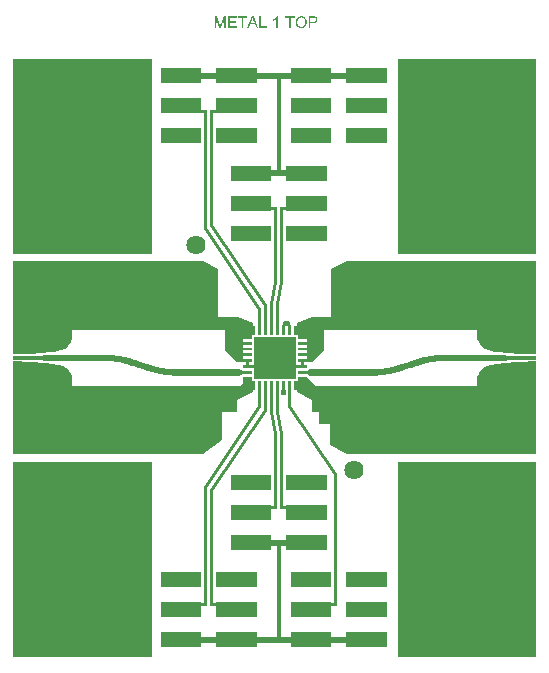
<source format=gbr>
G04 CAM350/DFMSTREAM V12.1 (Build 1022) Date:  Fri Nov 06 13:38:25 2015 *
G04 Database: C:\Projects\3894_EVB_TGP2105_MArnold_102015\Gerbers\110615\GBR_1138089-A.cam *
G04 Layer 2: METAL_1_TOP *
%FSLAX24Y24*%
%MOIN*%
%SFA1.000B1.000*%

%MIA0B0*%
%IPPOS*%
%ADD10C,0.07800*%
%ADD11C,0.08600*%
%ADD12C,0.10000*%
%ADD13C,0.12000*%
%ADD14C,0.06400*%
%ADD15C,0.03000*%
%ADD16C,0.02200*%
%ADD17C,0.00800*%
%ADD18C,0.01000*%
%LNMETAL_1_TOP*%
%LPD*%
G36*
X-43Y11244D02*
G01Y11289D01*
X-42*
X-41Y11290*
X-39Y11291*
X-36Y11292*
X-33Y11294*
X-29Y11296*
X-19Y11302*
X-8Y11308*
X3Y11316*
X15Y11325*
X26Y11334*
X27Y11335*
X29Y11337*
X31Y11339*
X36Y11344*
X43Y11351*
X50Y11359*
X57Y11367*
X63Y11376*
X68Y11386*
X99*
Y11000*
X52*
Y11300*
X51*
X49Y11297*
X45Y11294*
X40Y11290*
X34Y11285*
X26Y11280*
X17Y11274*
X7Y11268*
X6*
Y11267*
X2Y11265*
X-3Y11262*
X-10Y11259*
X-18Y11255*
X-26Y11251*
X-34Y11247*
X-43Y11244*
G37*
G36*
X214Y-1243D02*
G01Y-1063D01*
X246*
Y-768*
X344*
Y-1063*
X375*
Y-1243*
X214*
G37*
G36*
X-509Y11000D02*
G01Y11384D01*
X-458*
Y11046*
X-269*
Y11000*
X-509*
G37*
G36*
X-1550D02*
G01Y11384D01*
X-1272*
Y11339*
X-1499*
Y11221*
X-1287*
Y11176*
X-1499*
Y11046*
X-1264*
Y11000*
X-1550*
G37*
G36*
X1134D02*
G01Y11384D01*
X1292*
X1300*
X1309Y11383*
X1319Y11382*
X1329Y11381*
X1337Y11380*
X1338*
X1342Y11379*
X1347Y11378*
X1354Y11376*
X1361Y11374*
X1369Y11370*
X1377Y11366*
X1384Y11362*
X1385Y11361*
X1388Y11360*
X1391Y11356*
X1395Y11352*
X1400Y11347*
X1405Y11341*
X1411Y11334*
X1415Y11325*
X1416Y11324*
X1417Y11321*
X1419Y11316*
X1422Y11310*
X1423Y11302*
X1425Y11293*
X1427Y11283*
Y11273*
Y11272*
Y11270*
Y11268*
Y11264*
X1426Y11260*
X1425Y11255*
X1424Y11250*
X1423Y11244*
X1419Y11231*
X1417Y11224*
X1414Y11217*
X1410Y11210*
X1406Y11203*
X1401Y11196*
X1395Y11190*
Y11189*
X1394Y11188*
X1392Y11186*
X1389Y11185*
X1386Y11182*
X1382Y11179*
X1376Y11176*
X1370Y11173*
X1363Y11170*
X1354Y11166*
X1346Y11164*
X1335Y11162*
X1324Y11159*
X1312Y11158*
X1298Y11157*
X1283Y11156*
X1185*
Y11000*
X1134*
G37*
G36*
X360Y11339D02*
G01Y11384D01*
X664*
Y11339*
X537*
Y11000*
X486*
Y11339*
X360*
G37*
G36*
X-1222D02*
G01Y11384D01*
X-918*
Y11339*
X-1044*
Y11000*
X-1095*
Y11339*
X-1222*
G37*
G36*
X-907Y11000D02*
G01X-761Y11384D01*
X-705*
X-548Y11000*
X-606*
X-651Y11117*
X-812*
X-853Y11000*
X-907*
G37*
G36*
X246Y768D02*
G01Y1063D01*
X310Y1243*
X470*
X541Y1063*
Y768*
X442*
Y1063*
X344*
Y768*
X246*
G37*
G36*
X-2000Y11000D02*
G01Y11384D01*
X-1924*
X-1833Y11112*
Y11111*
X-1832Y11110*
Y11108*
X-1831Y11105*
X-1829Y11099*
X-1826Y11090*
X-1823Y11081*
X-1820Y11072*
X-1817Y11063*
X-1815Y11055*
X-1814Y11056*
Y11059*
X-1812Y11064*
X-1810Y11070*
X-1807Y11079*
X-1803Y11090*
X-1799Y11102*
X-1794Y11117*
X-1702Y11384*
X-1634*
Y11000*
X-1683*
Y11321*
X-1795Y11000*
X-1840*
X-1951Y11327*
Y11000*
X-2000*
G37*
G36*
X701Y11186D02*
G01Y11187D01*
Y11188*
Y11191*
X702Y11196*
Y11203*
X703Y11210*
X704Y11220*
X706Y11230*
X708Y11241*
X710Y11253*
X713Y11265*
X718Y11278*
X723Y11290*
X728Y11302*
X736Y11315*
X743Y11326*
X752Y11336*
X753Y11337*
X754Y11339*
X758Y11341*
X762Y11345*
X767Y11349*
X773Y11354*
X780Y11359*
X788Y11364*
X797Y11369*
X807Y11374*
X818Y11378*
X830Y11382*
X843Y11386*
X856Y11388*
X870Y11390*
X885Y11391*
X890*
X894Y11390*
X899*
X904*
X910Y11388*
X917Y11387*
X932Y11385*
X948Y11380*
X964Y11374*
X973Y11370*
X981Y11365*
X983Y11364*
X985Y11362*
X988Y11361*
X991Y11358*
X996Y11355*
X1005Y11347*
X1015Y11337*
X1026Y11325*
X1037Y11310*
X1046Y11294*
X1047Y11292*
X1048Y11290*
X1049Y11286*
X1051Y11282*
X1053Y11277*
X1055Y11271*
X1057Y11264*
X1059Y11257*
X1061Y11249*
X1064Y11240*
X1065Y11231*
X1067Y11212*
X1069Y11191*
Y11190*
Y11188*
Y11185*
X1068Y11181*
Y11176*
X1067Y11170*
X1066Y11163*
Y11156*
X1063Y11140*
X1059Y11122*
X1053Y11104*
X1049Y11095*
X1045Y11087*
Y11086*
X1044Y11084*
X1043Y11082*
X1040Y11079*
X1038Y11075*
X1035Y11071*
X1028Y11061*
X1018Y11049*
X1007Y11038*
X994Y11027*
X978Y11017*
X976Y11016*
X974Y11014*
X970Y11013*
X966Y11011*
X962Y11009*
X956Y11007*
X950Y11005*
X944Y11003*
X936Y11001*
X920Y10997*
X903Y10994*
X885Y10993*
X879*
X876Y10994*
X871*
X865Y10995*
X859Y10996*
X852Y10997*
X837Y11000*
X821Y11004*
X804Y11011*
X796Y11015*
X788Y11019*
X787Y11020*
X786Y11021*
X784Y11022*
X781Y11024*
X777Y11027*
X773Y11030*
X764Y11038*
X753Y11048*
X742Y11061*
X732Y11074*
X723Y11090*
Y11091*
X722Y11093*
X721Y11095*
X720Y11098*
X718Y11103*
X716Y11108*
X714Y11113*
X712Y11119*
X710Y11127*
X708Y11134*
X705Y11150*
X702Y11168*
X701Y11186*
G37*
G36*
X2387Y8150D02*
G01Y8650D01*
X3737*
Y8150*
X2387*
G37*
G36*
Y7150D02*
G01Y7650D01*
X3737*
Y7150*
X2387*
G37*
G36*
Y-7650D02*
G01Y-7150D01*
X3737*
Y-7650*
X2387*
G37*
G36*
Y-8650D02*
G01Y-8150D01*
X3737*
Y-8650*
X2387*
G37*
G36*
X537Y8150D02*
G01Y8650D01*
X1887*
Y8150*
X537*
G37*
G36*
Y7150D02*
G01Y7650D01*
X1887*
Y7150*
X537*
G37*
G36*
Y-7650D02*
G01Y-7150D01*
X1887*
Y-7650*
X537*
G37*
G36*
X383Y3909D02*
G01Y4409D01*
X1733*
Y3909*
X383*
G37*
G36*
Y-4409D02*
G01Y-3909D01*
X1733*
Y-4409*
X383*
G37*
G36*
X-1467Y3909D02*
G01Y4409D01*
X-117*
Y3909*
X-1467*
G37*
G36*
Y-4409D02*
G01Y-3909D01*
X-117*
Y-4409*
X-1467*
G37*
G36*
X-1954Y7150D02*
G01Y7650D01*
X-604*
Y7150*
X-1954*
G37*
G36*
Y-7650D02*
G01Y-7150D01*
X-604*
Y-7650*
X-1954*
G37*
G36*
X-3804Y7150D02*
G01Y7650D01*
X-2454*
Y7150*
X-3804*
G37*
G36*
Y-7650D02*
G01Y-7150D01*
X-2454*
Y-7650*
X-3804*
G37*
G36*
X768Y-541D02*
G01Y-443D01*
X1063*
X1183Y-387*
X3229*
X3272Y-386*
X3401Y-380*
X3499Y-373*
X3529Y-370*
X3572Y-365*
X3614Y-360*
X3657Y-353*
X3700Y-347*
X3742Y-339*
X3768Y-334*
X3826Y-323*
X3869Y-314*
X3911Y-305*
X3952Y-295*
X4005Y-282*
X4036Y-274*
X4118Y-250*
X4241Y-211*
X4282Y-197*
X4322Y-183*
X4404Y-155*
X4444Y-141*
X4485Y-126*
X4526Y-112*
X4566Y-98*
X4607Y-84*
X4648Y-71*
X4689Y-57*
X4730Y-44*
X4771Y-32*
X4812Y-19*
X4853Y-8*
X4884Y0*
X4936Y14*
X4978Y24*
X5062Y42*
X5120Y53*
X5147Y58*
X5189Y65*
X5232Y72*
X5274Y78*
X5317Y84*
X5360Y88*
X5390Y91*
X5445Y96*
X5488Y99*
X5574Y103*
X5660Y105*
X6732*
X8720Y71*
Y-70*
X6732Y-105*
X5660*
X5617Y-106*
X5575Y-107*
X5493Y-111*
X5453Y-114*
X5402Y-118*
X5375Y-120*
X5335Y-125*
X5296Y-130*
X5257Y-136*
X5217Y-142*
X5177Y-149*
X5152Y-154*
X5097Y-164*
X5058Y-172*
X5018Y-181*
X4979Y-190*
X4930Y-203*
X4902Y-210*
X4863Y-221*
X4746Y-257*
X4707Y-270*
X4667Y-283*
X4628Y-297*
X4548Y-325*
X4466Y-353*
X4425Y-368*
X4384Y-382*
X4258Y-424*
X4215Y-438*
X4172Y-451*
X4128Y-464*
X4051Y-485*
X3995Y-499*
X3950Y-510*
X3906Y-520*
X3861Y-529*
X3800Y-541*
X3772Y-546*
X3727Y-554*
X3682Y-561*
X3636Y-568*
X3590Y-574*
X3544Y-579*
X3510Y-582*
X3452Y-587*
X3406Y-590*
X3360Y-592*
X3272Y-596*
X3229Y-597*
X1183*
X1063Y-541*
X768*
G37*
G36*
X-8720Y-70D02*
G01Y71D01*
X-6733Y105*
X-5660*
X-5574Y103*
X-5488Y99*
X-5445Y96*
X-5390Y91*
X-5360Y88*
X-5317Y84*
X-5274Y78*
X-5232Y72*
X-5189Y65*
X-5147Y58*
X-5120Y53*
X-5062Y42*
X-4978Y24*
X-4936Y14*
X-4884Y0*
X-4853Y-8*
X-4812Y-19*
X-4771Y-32*
X-4730Y-44*
X-4689Y-57*
X-4648Y-71*
X-4607Y-84*
X-4566Y-98*
X-4526Y-112*
X-4485Y-126*
X-4444Y-141*
X-4404Y-155*
X-4322Y-183*
X-4282Y-197*
X-4241Y-211*
X-4118Y-250*
X-4036Y-274*
X-4005Y-282*
X-3952Y-295*
X-3911Y-305*
X-3869Y-314*
X-3826Y-323*
X-3768Y-334*
X-3742Y-339*
X-3700Y-347*
X-3657Y-353*
X-3614Y-360*
X-3572Y-365*
X-3529Y-370*
X-3499Y-373*
X-3401Y-380*
X-3272Y-386*
X-3229Y-387*
X-1183*
X-1063Y-443*
X-768*
Y-541*
X-1063*
X-1183Y-597*
X-3229*
X-3272Y-596*
X-3360Y-592*
X-3406Y-590*
X-3452Y-587*
X-3510Y-582*
X-3544Y-579*
X-3590Y-574*
X-3636Y-568*
X-3682Y-561*
X-3727Y-554*
X-3772Y-546*
X-3800Y-541*
X-3861Y-529*
X-3906Y-520*
X-3950Y-510*
X-3995Y-499*
X-4051Y-485*
X-4128Y-464*
X-4172Y-451*
X-4215Y-438*
X-4258Y-424*
X-4384Y-382*
X-4425Y-368*
X-4466Y-353*
X-4548Y-325*
X-4628Y-297*
X-4667Y-283*
X-4707Y-270*
X-4746Y-257*
X-4863Y-221*
X-4902Y-210*
X-4930Y-203*
X-4979Y-190*
X-5018Y-181*
X-5058Y-172*
X-5097Y-164*
X-5152Y-154*
X-5177Y-149*
X-5217Y-142*
X-5257Y-136*
X-5296Y-130*
X-5335Y-125*
X-5375Y-120*
X-5402Y-118*
X-5453Y-114*
X-5493Y-111*
X-5575Y-107*
X-5617Y-106*
X-5660Y-105*
X-6733*
X-8720Y-70*
G37*
G36*
X-1467Y4909D02*
G01Y5409D01*
X-117*
Y5037*
X74*
Y2524*
X-49Y1790*
Y768*
X-148*
Y1804*
X-26Y2532*
Y4937*
X-117*
Y4909*
X-1467*
G37*
G36*
Y-5409D02*
G01Y-4909D01*
X-117*
Y-4937*
X-26*
Y-2532*
X-148Y-1804*
Y-767*
X-49*
Y-1790*
X74Y-2524*
Y-5037*
X-117*
Y-5409*
X-1467*
G37*
G36*
X49Y768D02*
G01Y1804D01*
X190Y2531*
X192Y5037*
X383*
Y5409*
X1733*
Y4909*
X383*
Y4937*
X292*
X290Y2522*
X148Y1790*
Y768*
X49*
G37*
G36*
Y-1804D02*
G01Y-767D01*
X148*
Y-1790*
X290Y-2522*
X292Y-4937*
X383*
Y-4909*
X1733*
Y-5409*
X383*
Y-5037*
X192*
X190Y-2531*
X49Y-1804*
G37*
G36*
X443Y-1633D02*
G01Y-768D01*
X541*
Y-1600*
X2077Y-3885*
Y-8277*
X1887*
Y-8650*
X537*
Y-8150*
X1887*
Y-8177*
X1977*
Y-3915*
X443Y-1633*
G37*
G36*
X-2144Y4408D02*
G01Y8277D01*
X-1954*
Y8650*
X-604*
Y8150*
X-1954*
Y8177*
X-2044*
Y4438*
X-246Y1767*
Y768*
X-345*
Y1735*
X-2144Y4408*
G37*
G36*
Y-8277D02*
G01Y-4408D01*
X-345Y-1735*
Y-767*
X-246*
Y-1767*
X-2044Y-4438*
Y-8177*
X-1954*
Y-8150*
X-604*
Y-8650*
X-1954*
Y-8277*
X-2144*
G37*
G36*
X-8720Y-3217D02*
G01Y-112D01*
X-8650Y-114*
X-8200Y-132*
X-7950Y-147*
X-7800Y-159*
X-7550Y-184*
X-7500Y-190*
X-7350Y-211*
X-7250Y-229*
X-7150Y-251*
X-7100Y-266*
X-7050Y-284*
X-7000Y-309*
X-6950Y-342*
X-6900Y-386*
X-6850Y-445*
X-6800Y-523*
X-6750Y-616*
Y-923*
X-1172*
X-1063Y-822*
Y-640*
X-768*
Y-767*
X-640*
Y-1062*
X-738*
Y-1149*
X-1255Y-1398*
Y-1813*
X-1757*
Y-2726*
X-2399Y-3217*
X-8720*
G37*
G36*
X639Y-1063D02*
G01Y-768D01*
X768*
Y-640*
X1083*
X1359Y-923*
X6750*
Y-616*
X6800Y-523*
X6850Y-445*
X6900Y-386*
X6950Y-342*
X7000Y-309*
X7050Y-284*
X7100Y-266*
X7150Y-251*
X7250Y-229*
X7350Y-211*
X7500Y-190*
X7550Y-184*
X7800Y-159*
X7950Y-147*
X8200Y-132*
X8650Y-114*
X8720Y-112*
Y-3217*
X2399*
X1847Y-2920*
Y-2210*
X1485*
Y-1813*
X1255*
Y-1398*
X738Y-1149*
Y-1063*
X639*
G37*
G36*
X-3804Y8150D02*
G01Y8650D01*
X-2454*
Y8277*
X-2263*
Y4337*
X-443Y1633*
Y768*
X-541*
Y1600*
X-2363Y4306*
Y8177*
X-2454*
Y8150*
X-3804*
G37*
G36*
Y-8650D02*
G01Y-8150D01*
X-2454*
Y-8177*
X-2363*
Y-4306*
X-541Y-1600*
Y-767*
X-443*
Y-1633*
X-2263Y-4337*
Y-8277*
X-2454*
Y-8650*
X-3804*
G37*
G36*
Y9150D02*
G01Y9650D01*
X-2454*
Y9500*
X-1954*
Y9650*
X-604*
Y9500*
X537*
Y9650*
X1887*
Y9500*
X2387*
Y9650*
X3737*
Y9150*
X2387*
Y9300*
X1887*
Y9150*
X537*
Y9300*
X197*
Y6259*
X383*
Y6409*
X1733*
Y5909*
X383*
Y6059*
X-117*
Y5909*
X-1467*
Y6409*
X-117*
Y6259*
X69*
Y9300*
X-604*
Y9150*
X-1954*
Y9300*
X-2454*
Y9150*
X-3804*
G37*
G36*
Y-9650D02*
G01Y-9150D01*
X-2454*
Y-9300*
X-1954*
Y-9150*
X-604*
Y-9300*
X69*
Y-6259*
X-117*
Y-6409*
X-1467*
Y-5909*
X-117*
Y-6059*
X383*
Y-5909*
X1733*
Y-6409*
X383*
Y-6259*
X197*
Y-9300*
X537*
Y-9150*
X1887*
Y-9300*
X2387*
Y-9150*
X3737*
Y-9650*
X2387*
Y-9500*
X1887*
Y-9650*
X537*
Y-9500*
X-604*
Y-9650*
X-1954*
Y-9500*
X-2454*
Y-9650*
X-3804*
G37*
G36*
X4106Y3477D02*
G01Y9970D01*
X8720*
Y3477*
X4106*
G37*
G36*
Y-9970D02*
G01Y-3477D01*
X8720*
Y-9970*
X4106*
G37*
G36*
X-8720Y3477D02*
G01Y9970D01*
X-4106*
Y3477*
X-8720*
G37*
G36*
Y-9970D02*
G01Y-3477D01*
X-4106*
Y-9970*
X-8720*
G37*
G36*
Y113D02*
G01Y3218D01*
X-2399*
X-1874Y2963*
Y1377*
X-1237Y1378*
X-738Y1150*
Y1063*
X-640*
Y768*
X-768*
Y641*
X-1063*
Y542*
X-768*
Y444*
X-1063*
Y345*
X-768*
Y247*
X-1063*
Y148*
X-768*
Y50*
X-1063*
Y-49*
X-768*
Y-147*
X-869*
Y-246*
X-696*
Y696*
X696*
Y-246*
X869*
Y-147*
X768*
Y-49*
X1063*
Y50*
X768*
Y148*
X1063*
Y247*
X768*
Y345*
X1063*
Y444*
X767*
Y542*
X1063*
Y641*
X768*
Y769*
X639*
Y1064*
X738*
Y1150*
X1237Y1378*
X1874Y1377*
Y2963*
X2399Y3218*
X8720*
Y113*
X8650Y115*
X8200Y133*
X8150Y136*
X8100Y138*
X8050Y141*
X8000Y145*
X7950Y148*
X7800Y160*
X7700Y170*
X7650Y174*
X7600Y180*
X7550Y185*
X7500Y191*
X7350Y212*
X7250Y230*
X7150Y252*
X7100Y266*
X7050Y285*
X7000Y310*
X6950Y343*
X6900Y387*
X6850Y446*
X6800Y524*
X6750Y617*
Y924*
X1659*
Y246*
X1275Y-147*
X971*
Y-246*
X1063*
Y-344*
X696*
Y-695*
X-696*
Y-344*
X-1063*
Y-246*
X-971*
Y-147*
X-1275*
X-1659Y246*
Y924*
X-6750*
Y617*
X-6800Y524*
X-6850Y446*
X-6900Y387*
X-6950Y343*
X-7000Y310*
X-7050Y285*
X-7100Y266*
X-7150Y252*
X-7250Y230*
X-7350Y212*
X-7500Y191*
X-7550Y185*
X-7600Y180*
X-7650Y174*
X-7700Y170*
X-7800Y160*
X-7950Y148*
X-8000Y145*
X-8050Y141*
X-8100Y138*
X-8150Y136*
X-8200Y133*
X-8650Y115*
X-8720Y113*
G37*
%LPC*%
G36*
X1288Y11201D02*
G01X1292Y11202D01*
X1296*
X1301Y11203*
X1311Y11204*
X1323Y11206*
X1334Y11209*
X1345Y11214*
X1350Y11216*
X1354Y11220*
X1355Y11221*
X1357Y11223*
X1361Y11228*
X1364Y11233*
X1368Y11240*
X1372Y11249*
X1374Y11259*
X1375Y11271*
Y11272*
Y11275*
X1374Y11280*
X1373Y11285*
X1372Y11291*
X1370Y11299*
X1367Y11305*
X1363Y11312*
X1362*
X1361Y11315*
X1358Y11317*
X1354Y11321*
X1349Y11325*
X1344Y11329*
X1338Y11332*
X1331Y11335*
X1330*
X1328*
X1324Y11336*
X1320Y11337*
X1313*
X1305Y11338*
X1295Y11339*
X1185*
Y11201*
X1288*
G37*
G36*
X-667Y11158D02*
G01X-707Y11264D01*
Y11266*
X-709Y11269*
X-710Y11272*
X-711Y11276*
X-713Y11281*
X-715Y11286*
X-717Y11292*
X-721Y11305*
X-726Y11318*
X-730Y11331*
X-734Y11344*
X-735Y11342*
Y11340*
X-736Y11338*
Y11334*
X-737Y11330*
X-740Y11321*
X-742Y11310*
X-746Y11297*
X-750Y11284*
X-755Y11270*
X-797Y11158*
X-667*
G37*
G36*
X754Y11174D02*
G01Y11169D01*
X756Y11162*
X757Y11154*
X758Y11147*
X762Y11129*
X766Y11120*
X769Y11110*
X773Y11102*
X778Y11093*
X784Y11084*
X791Y11077*
Y11076*
X792Y11075*
X794Y11073*
X797Y11070*
X801Y11067*
X806Y11064*
X811Y11061*
X816Y11057*
X823Y11053*
X830Y11049*
X838Y11046*
X846Y11043*
X855Y11041*
X864Y11038*
X874Y11037*
X884*
X887*
X890*
X894*
X899Y11038*
X904Y11039*
X911Y11040*
X918Y11042*
X925Y11044*
X933Y11047*
X941Y11049*
X949Y11053*
X956Y11058*
X964Y11063*
X972Y11069*
X979Y11077*
X980*
X981Y11078*
X983Y11081*
X985Y11084*
X988Y11088*
X991Y11093*
X994Y11099*
X998Y11106*
X1001Y11114*
X1005Y11123*
X1008Y11132*
X1011Y11142*
X1013Y11153*
X1015Y11165*
X1016Y11178*
Y11191*
Y11192*
Y11194*
Y11196*
Y11199*
Y11203*
Y11208*
X1015Y11213*
X1014Y11219*
X1013Y11232*
X1010Y11245*
X1006Y11260*
X1000Y11273*
Y11274*
Y11275*
X999Y11276*
X998Y11279*
X994Y11285*
X989Y11293*
X982Y11302*
X974Y11311*
X964Y11320*
X954Y11327*
X953*
Y11329*
X951*
X948Y11331*
X945Y11332*
X942Y11334*
X934Y11337*
X924Y11341*
X912Y11344*
X899Y11346*
X885Y11347*
X880*
X876Y11346*
X871*
X866Y11345*
X860Y11344*
X853Y11342*
X839Y11338*
X831Y11335*
X823Y11331*
X815Y11327*
X807Y11322*
X799Y11316*
X792Y11310*
Y11309*
X791Y11308*
X789Y11306*
X786Y11302*
X783Y11299*
X780Y11294*
X777Y11287*
X773Y11280*
X769Y11273*
X766Y11263*
X762Y11253*
X759Y11242*
X757Y11230*
X755Y11216*
X754Y11201*
X753Y11186*
Y11185*
Y11183*
Y11179*
X754Y11174*
G37*
%LPD*%
G54D10*
X-7680Y1875D03*
Y-1875D03*
X7680Y1875D03*
Y-1875D03*
G54D11*
X-5250Y7250D03*
X5250D03*
Y-7250D03*
X-5250D03*
G54D12*
X-2500Y-2500D03*
Y2500D03*
X2500D03*
Y-2500D03*
G54D13*
X-7680Y-8840D03*
X7680D03*
Y8840D03*
X-7680D03*
G54D14*
X-2630Y3750D03*
X2630Y-3750D03*
G54D15*
X-3036Y3025D03*
X-3465Y2923D03*
X-3965D03*
X-4465D03*
X-4965D03*
X-5465D03*
X-5965D03*
X-6465D03*
Y2423D03*
X-5965D03*
X-5465D03*
X-4965D03*
X-4465D03*
X-3965D03*
X-3465D03*
Y1923D03*
Y1423D03*
X-2965Y1923D03*
X-2556Y1651D03*
X-2965Y1423D03*
X-2131Y1415D03*
Y1915D03*
X-3965Y1923D03*
Y1423D03*
X-4465D03*
Y1923D03*
X-4965D03*
Y1423D03*
X-5465D03*
Y1923D03*
X-5965D03*
Y1423D03*
X-6465D03*
Y1923D03*
X-6965Y2994D03*
X-7465D03*
X-7965D03*
X-8465D03*
X2130Y1415D03*
X2556Y1651D03*
X2130Y1915D03*
X2965Y1923D03*
Y1423D03*
X3465D03*
Y1923D03*
Y2423D03*
Y2923D03*
X3036Y3025D03*
X-1224Y4153D03*
X-806Y4156D03*
X-389Y4153D03*
X626D03*
X1044Y4156D03*
X1461Y4153D03*
X3965Y2923D03*
Y2423D03*
Y1923D03*
Y1423D03*
X4465D03*
Y1923D03*
Y2423D03*
Y2923D03*
X4965D03*
Y2423D03*
Y1923D03*
Y1423D03*
X5465D03*
Y1923D03*
Y2423D03*
Y2923D03*
X5965D03*
X6465D03*
Y2423D03*
X5965D03*
Y1923D03*
X6465D03*
Y1423D03*
X5965D03*
X6965Y2994D03*
X7465D03*
X7965D03*
X8465D03*
X8550Y325D03*
X8150Y353D03*
X7750Y393D03*
X7353Y455D03*
X6945Y641D03*
Y-641D03*
X7353Y-454D03*
X7750Y-392D03*
X8150Y-353D03*
X8550Y-325D03*
X-6945Y641D03*
X-7353Y455D03*
X-7750Y393D03*
X-8151Y353D03*
X-8550Y325D03*
Y-325D03*
X-8151Y-353D03*
X-7750Y-392D03*
X-7353Y-454D03*
X-6945Y-641D03*
X-6465Y-1423D03*
X-5965D03*
X-5465D03*
X-4965D03*
X-4465D03*
X-3965D03*
X-3465D03*
X-2965D03*
Y-1923D03*
X-2556Y-1651D03*
X-2131Y-1415D03*
Y-1915D03*
X-1585Y-1523D03*
X-3465Y-1923D03*
X-3965D03*
X-4465D03*
X-4965D03*
X-5465D03*
X-5965D03*
X-6465D03*
Y-2423D03*
X-5965D03*
X-5465D03*
X-4965D03*
X-4465D03*
X-3965D03*
X-3465D03*
X-3036Y-3025D03*
X-3465Y-2923D03*
X-3965D03*
X-4465D03*
X-4965D03*
X-5465D03*
X-5965D03*
X-6465D03*
X-6965Y-2994D03*
X-7465D03*
X-7965D03*
X-8465D03*
X-8437Y-3691D03*
X-7937D03*
X-7437D03*
X-6937D03*
X-6437D03*
X-5937D03*
X-5437D03*
X-4937D03*
X-4437D03*
Y-4191D03*
Y-4691D03*
Y-5191D03*
Y-5691D03*
Y-6191D03*
X-1224Y-4153D03*
X-806Y-4156D03*
X-389Y-4153D03*
X626D03*
X1044Y-4156D03*
X1461Y-4153D03*
X-8437Y-4191D03*
X-7937D03*
X-7437D03*
X-6937D03*
X-6437D03*
X-5937D03*
X-5437D03*
X-4937D03*
Y-4691D03*
X-5437D03*
X-5937D03*
X-6437D03*
X-6937D03*
X-7437D03*
X-7937D03*
X-8437D03*
Y-5191D03*
X-7937D03*
X-7437D03*
X-6937D03*
X-6437D03*
X-5937D03*
X-5437D03*
X-4937D03*
Y-5691D03*
X-5437D03*
X-5937D03*
X-6437D03*
X-6937D03*
X-7437D03*
X-7937D03*
X-8437D03*
Y-6191D03*
X-7937D03*
X-7437D03*
X-6937D03*
X-6437D03*
X-5937D03*
X-5437D03*
X-4937D03*
X-4437Y-6691D03*
X-3560Y-7393D03*
X-3143Y-7396D03*
X-2726Y-7393D03*
X-1710D03*
X-1293Y-7396D03*
X-876Y-7393D03*
X-4437Y-7191D03*
Y-7691D03*
Y-8191D03*
X-4937D03*
X-5437D03*
X-5937D03*
Y-7691D03*
Y-7191D03*
Y-6691D03*
X-6437D03*
Y-7191D03*
Y-7691D03*
Y-8191D03*
Y-8691D03*
X-5937D03*
X-5437D03*
X-4937D03*
X-4437D03*
Y-9191D03*
X-4937D03*
X-5437D03*
X-5937D03*
X-6437D03*
X-6937D03*
X-8437D03*
Y-8191D03*
X-6937D03*
Y-7691D03*
Y-7191D03*
Y-6691D03*
X-7437D03*
Y-7191D03*
Y-7691D03*
X-7937D03*
Y-7191D03*
Y-6691D03*
X-8437D03*
Y-7191D03*
Y-7691D03*
Y-9691D03*
X-7937D03*
X-7437D03*
X-6937D03*
X-6437D03*
X-5937D03*
X-5437D03*
X-4937D03*
X-4437D03*
X3493Y-7393D03*
X3076Y-7396D03*
X2659Y-7393D03*
X1643D03*
X1226Y-7396D03*
X809Y-7393D03*
X8437Y-9691D03*
Y-9191D03*
X7937Y-9691D03*
X7437D03*
X6937D03*
X6437D03*
X5937D03*
X5437D03*
X4937D03*
X4437D03*
Y-9191D03*
X4937D03*
X5437D03*
X5937D03*
X6437D03*
X6937D03*
X8437Y-8191D03*
X6937D03*
X6437Y-8691D03*
Y-8191D03*
X5937D03*
Y-8691D03*
X5437D03*
Y-8191D03*
X4937D03*
Y-8691D03*
X4437D03*
Y-8191D03*
Y-7691D03*
Y-7191D03*
Y-6691D03*
Y-6191D03*
X4937D03*
X5437D03*
X5937D03*
Y-6691D03*
Y-7191D03*
Y-7691D03*
X6437D03*
Y-7191D03*
Y-6691D03*
Y-6191D03*
X6937D03*
Y-6691D03*
Y-7191D03*
Y-7691D03*
X7437D03*
X7937D03*
X8437D03*
Y-7191D03*
Y-6691D03*
Y-6191D03*
X7437D03*
Y-6691D03*
Y-7191D03*
X7937D03*
Y-6691D03*
Y-6191D03*
X8437Y-5691D03*
Y-5191D03*
Y-4691D03*
Y-4191D03*
Y-3691D03*
X7937D03*
Y-4191D03*
Y-4691D03*
Y-5191D03*
Y-5691D03*
X7437D03*
Y-5191D03*
Y-4691D03*
Y-4191D03*
Y-3691D03*
X6937D03*
Y-4191D03*
Y-4691D03*
Y-5191D03*
Y-5691D03*
X6437D03*
Y-5191D03*
Y-4691D03*
Y-4191D03*
Y-3691D03*
X5937D03*
Y-4191D03*
Y-4691D03*
Y-5191D03*
Y-5691D03*
X5437D03*
Y-5191D03*
Y-4691D03*
Y-4191D03*
Y-3691D03*
X4937D03*
Y-4191D03*
Y-4691D03*
Y-5191D03*
Y-5691D03*
X4437D03*
Y-5191D03*
Y-4691D03*
Y-4191D03*
Y-3691D03*
X8465Y-2994D03*
X7965D03*
X7465D03*
X6965D03*
X6461Y-2923D03*
Y-2423D03*
Y-1923D03*
Y-1423D03*
X5961D03*
Y-1923D03*
Y-2423D03*
Y-2923D03*
X5461D03*
Y-2423D03*
Y-1923D03*
Y-1423D03*
X4961D03*
Y-1923D03*
Y-2423D03*
Y-2923D03*
X4461D03*
Y-2423D03*
Y-1923D03*
Y-1423D03*
X3961D03*
Y-1923D03*
Y-2423D03*
Y-2923D03*
X3461D03*
X3032Y-3025D03*
X3461Y-2423D03*
Y-1923D03*
Y-1423D03*
X2961D03*
Y-1923D03*
X2552Y-1651D03*
X2127Y-1915D03*
Y-1415D03*
X1581Y-1523D03*
X1714Y-2002D03*
X-4420Y3692D03*
X-4937Y3691D03*
Y4191D03*
X-4437D03*
Y4691D03*
Y5191D03*
Y5691D03*
Y6191D03*
X-4937D03*
Y5691D03*
Y5191D03*
Y4691D03*
X-5437Y3691D03*
Y4191D03*
Y4691D03*
Y5191D03*
Y5691D03*
Y6191D03*
X-5937Y6691D03*
Y6191D03*
Y5691D03*
Y5191D03*
Y4691D03*
Y4191D03*
Y3691D03*
X-6437D03*
Y4191D03*
Y4691D03*
Y5191D03*
Y5691D03*
Y6191D03*
Y6691D03*
Y7191D03*
X-5937D03*
X-4437D03*
Y6691D03*
X-6937Y3691D03*
Y4191D03*
Y4691D03*
Y5191D03*
Y5691D03*
Y6191D03*
Y6691D03*
Y7191D03*
X-7437D03*
Y6691D03*
Y6191D03*
Y5691D03*
Y5191D03*
Y4691D03*
Y4191D03*
Y3691D03*
X-7937D03*
Y4191D03*
Y4691D03*
Y5191D03*
Y5691D03*
Y6191D03*
Y6691D03*
Y7191D03*
X-8437D03*
Y6691D03*
X-8401Y6116D03*
X-8437Y5691D03*
Y5191D03*
Y4691D03*
Y4191D03*
Y3691D03*
X-4437Y7691D03*
Y8191D03*
X-4937D03*
X-5437D03*
X-5937D03*
Y7691D03*
X-6437D03*
Y8191D03*
X-6937D03*
Y7691D03*
X-7437D03*
X-7937D03*
X-8437D03*
Y8191D03*
Y9191D03*
Y9691D03*
X-7937D03*
X-7437D03*
X-6937D03*
Y9191D03*
X-6437Y9691D03*
Y9191D03*
Y8691D03*
X-5937D03*
Y9191D03*
Y9691D03*
X-5437D03*
X-4937D03*
X-4437D03*
Y9191D03*
Y8691D03*
X-4937D03*
X-5437D03*
Y9191D03*
X-4937D03*
X-3560Y7393D03*
X-3143Y7396D03*
X-2726Y7393D03*
X-1710D03*
X-1293Y7396D03*
X-876Y7393D03*
X809D03*
X1226Y7396D03*
X1643Y7393D03*
X2659D03*
X3076Y7396D03*
X3493Y7393D03*
X8437Y3691D03*
Y4191D03*
Y4691D03*
Y5191D03*
Y5691D03*
Y6191D03*
Y6691D03*
Y7191D03*
Y7691D03*
Y8191D03*
X7937Y7691D03*
Y7191D03*
Y6691D03*
Y6191D03*
Y5691D03*
Y5191D03*
Y4691D03*
Y4191D03*
Y3691D03*
X7437D03*
Y4191D03*
Y4691D03*
Y5191D03*
Y5691D03*
Y6191D03*
Y7191D03*
Y6691D03*
Y7691D03*
X6937Y3691D03*
Y4191D03*
Y4691D03*
Y5191D03*
Y5691D03*
Y6191D03*
Y6691D03*
Y7191D03*
Y7691D03*
Y8191D03*
X6437Y8691D03*
Y8191D03*
Y7691D03*
Y7191D03*
Y6691D03*
Y6191D03*
Y5691D03*
Y5191D03*
Y4691D03*
Y4191D03*
Y3691D03*
X5937D03*
Y4191D03*
Y4691D03*
Y5191D03*
Y5691D03*
Y6191D03*
Y6691D03*
Y7191D03*
Y7691D03*
Y8191D03*
Y8691D03*
X5437D03*
X4937D03*
X4437D03*
Y8191D03*
X4937D03*
X5437D03*
X4437Y7691D03*
Y7191D03*
Y6691D03*
Y6191D03*
X4937D03*
X5437D03*
Y5691D03*
Y5191D03*
Y4691D03*
Y4191D03*
Y3691D03*
X4937D03*
Y4191D03*
Y4691D03*
Y5191D03*
Y5691D03*
X4437D03*
Y5191D03*
Y4691D03*
Y4191D03*
Y3691D03*
Y9191D03*
Y9691D03*
X4937D03*
Y9191D03*
X5437D03*
Y9691D03*
X5937D03*
Y9191D03*
X6437D03*
Y9691D03*
X6937D03*
Y9191D03*
X7437Y9691D03*
X7937D03*
X8437D03*
Y9191D03*
G54D16*
X-556Y-554D03*
Y-332D03*
Y-110D03*
Y112D03*
Y334D03*
Y556D03*
X-334D03*
Y334D03*
Y112D03*
Y-110D03*
Y-332D03*
Y-554D03*
X-112D03*
Y-332D03*
Y-110D03*
Y112D03*
Y334D03*
Y556D03*
X110D03*
Y334D03*
Y112D03*
Y-110D03*
Y-332D03*
Y-554D03*
X332D03*
Y-332D03*
Y-110D03*
Y112D03*
Y334D03*
Y556D03*
X554D03*
Y334D03*
Y112D03*
Y-110D03*
Y-332D03*
Y-554D03*
G54D17*
X-1176Y-67D03*
X-1169Y138D03*
Y324D03*
X-1176Y518D03*
X-1169Y722D03*
X-1068Y874D03*
X-868D03*
X-1346Y99D03*
X-1348Y333D03*
X-1341Y537D03*
X-1344Y740D03*
X-1249Y895D03*
X-1317Y1045D03*
X-1068Y1074D03*
X-868D03*
X-1157Y1223D03*
X-1329Y1280D03*
X-1527Y1277D03*
X-1518Y1045D03*
X-1509Y862D03*
X-1510Y696D03*
X-1517Y492D03*
X-1510Y263D03*
X390Y1151D03*
X868Y1074D03*
Y874D03*
X1068D03*
Y1074D03*
X1157Y1223D03*
X1329Y1280D03*
X1527Y1277D03*
X1518Y1045D03*
X1509Y862D03*
X1317Y1045D03*
X1249Y895D03*
X1169Y722D03*
X1344Y740D03*
X1510Y696D03*
X1517Y492D03*
X1341Y537D03*
X1176Y518D03*
X1169Y324D03*
X1348Y333D03*
X1510Y263D03*
X1346Y99D03*
X1169Y138D03*
X1176Y-67D03*
X1643Y-1018D03*
X1430Y-1036D03*
X1407Y-1208D03*
X1231Y-1295D03*
X1242Y-1152D03*
X1250Y-959D03*
X1097Y-797D03*
X1075Y-963D03*
X1068Y-1156D03*
X884Y-1111D03*
X855Y-924D03*
X932Y-737D03*
X295Y-1151D03*
X-907Y-737D03*
X-859Y-924D03*
Y-1111D03*
X-1072Y-1156D03*
X-1079Y-963D03*
X-1254Y-1005D03*
X-1246Y-1152D03*
X-1238Y-1295D03*
X-1418Y-1208D03*
X-1441Y-1036D03*
X-1647Y-1018D03*
G54D18*
X-1920Y-1045D03*
X-2121D03*
X-2322D03*
X-2522D03*
X-2723D03*
X-2924D03*
X-3125D03*
X-3326D03*
X-3527D03*
X-3728D03*
X-3929D03*
X-4130D03*
X-4331D03*
X-4532D03*
X-4733D03*
X-4934D03*
X-5135D03*
X-5336D03*
X-5537D03*
X-5737D03*
X-5938D03*
X-6139D03*
X-6340D03*
X-6541D03*
X-6902Y-1071D03*
Y-1270D03*
Y-1469D03*
Y-1668D03*
Y-1867D03*
Y-2066D03*
Y-2265D03*
Y-2463D03*
Y-2662D03*
X-7090Y-2663D03*
X-7295Y-2664D03*
X-7492Y-2663D03*
X-7693D03*
X-7894D03*
X-8095D03*
X-8296D03*
X-8497D03*
X-8515Y-2427D03*
Y-2228D03*
Y-2029D03*
Y-1830D03*
Y-1631D03*
Y-1432D03*
Y-1233D03*
Y-1035D03*
Y-836D03*
Y-637D03*
Y637D03*
Y836D03*
Y1035D03*
Y1234D03*
Y1433D03*
Y1631D03*
Y1830D03*
Y2029D03*
Y2228D03*
X-6902Y1071D03*
Y1270D03*
Y1469D03*
Y1668D03*
Y1867D03*
Y2066D03*
Y2265D03*
Y2464D03*
Y2663D03*
X-7090D03*
X-7295Y2664D03*
X-7492Y2663D03*
X-7693D03*
X-7894D03*
X-8095D03*
X-8296D03*
X-8497D03*
X-8515Y2427D03*
X-6541Y1045D03*
X-6327Y1040D03*
X-6157Y1036D03*
X-5938Y1045D03*
X-5737D03*
X-5537D03*
X-5336D03*
X-5135D03*
X-4934D03*
X-4733D03*
X-4532D03*
X-4331D03*
X-4130D03*
X-3929D03*
X-3728D03*
X-3527D03*
X-3326D03*
X-3125D03*
X-2924D03*
X-2723D03*
X-2522D03*
X-2322D03*
X-2121D03*
X-1920D03*
X1919D03*
X2120D03*
X2321D03*
X2522D03*
X2723D03*
X2924D03*
X3125D03*
X3326D03*
X3527D03*
X3728D03*
X3928D03*
X4129D03*
X4330D03*
X4531D03*
X4732D03*
X4933D03*
X5134D03*
X5335D03*
X5536D03*
X5938D03*
X6139D03*
X6340D03*
X6541D03*
X6902Y1071D03*
Y1270D03*
Y1469D03*
Y1668D03*
Y1867D03*
Y2066D03*
Y2265D03*
Y2464D03*
Y2663D03*
X7090D03*
X7492D03*
X7693D03*
X7894D03*
X8095D03*
X8296D03*
X8496D03*
X8514Y2427D03*
Y2228D03*
Y2029D03*
Y1830D03*
Y1631D03*
Y1433D03*
Y1234D03*
Y1035D03*
Y836D03*
Y637D03*
Y-637D03*
Y-836D03*
Y-1035D03*
Y-1233D03*
Y-1432D03*
Y-1631D03*
Y-1830D03*
Y-2029D03*
Y-2228D03*
Y-2427D03*
X8496Y-2663D03*
X8296D03*
X8095D03*
X7894D03*
X7693D03*
X7492D03*
X7294Y-2664D03*
X7090Y-2663D03*
X6902Y-2662D03*
Y-2463D03*
Y-2265D03*
Y-2066D03*
Y-1867D03*
Y-1668D03*
Y-1469D03*
Y-1270D03*
Y-1071D03*
X6537Y-1045D03*
X6336D03*
X6135D03*
X5934D03*
X5733D03*
X5533D03*
X5332D03*
X5131D03*
X4930D03*
X4729D03*
X4528D03*
X4327D03*
X4126D03*
X3925D03*
X3724D03*
X3523D03*
X3322D03*
X3121D03*
X2920D03*
X2719D03*
X2518D03*
X2318D03*
X2117D03*
X1916D03*
X7294Y2664D03*
X5737Y1045D03*
M02*

</source>
